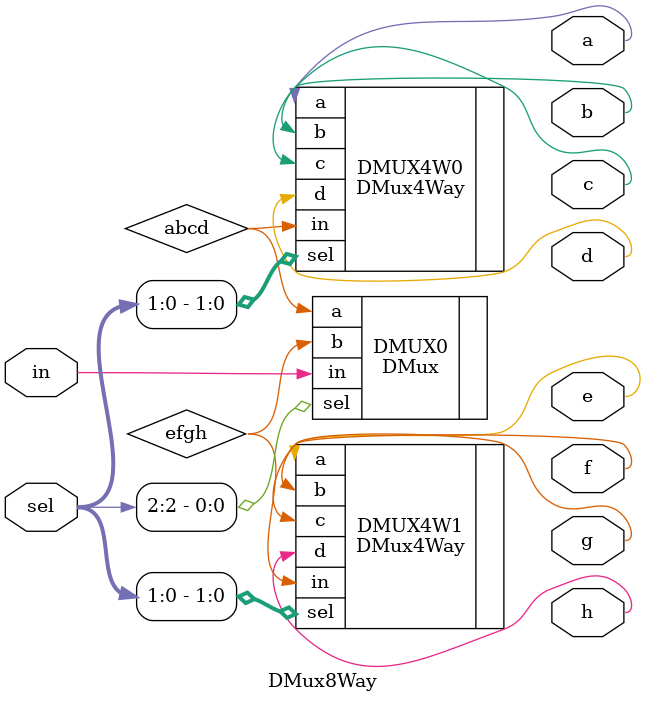
<source format=v>
/**
 * 8-way demultiplexor:
 * {a, b, c, d, e, f, g, h} = {in, 0, 0, 0, 0, 0, 0, 0} if sel == 000
 *                            {0, in, 0, 0, 0, 0, 0, 0} if sel == 001
 *                            etc.
 *                            {0, 0, 0, 0, 0, 0, 0, in} if sel == 111
 */

`default_nettype none
module DMux8Way(
	input in,
	input [2:0] sel,
    output a,
	output b,
	output c,
	output d,
	output e,
	output f,
	output g,
	output h
);

    wire abcd, efgh;  // split into two intermediate wires

    DMux DMUX0(.a(abcd),.b(efgh),.in(in),.sel(sel[2]));

    DMux4Way DMUX4W0(.a(a),.b(b),.c(c),.d(d),.in(abcd),.sel(sel[1:0]));
    DMux4Way DMUX4W1(.a(e),.b(f),.c(g),.d(h),.in(efgh),.sel(sel[1:0]));

endmodule

</source>
